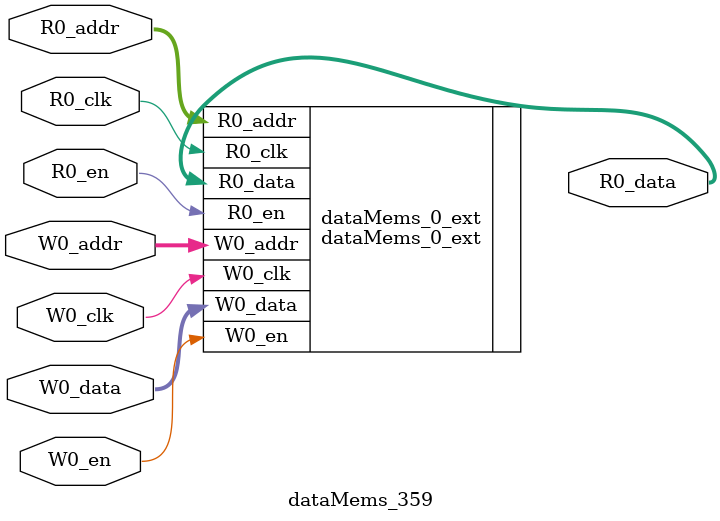
<source format=sv>
`ifndef RANDOMIZE
  `ifdef RANDOMIZE_REG_INIT
    `define RANDOMIZE
  `endif // RANDOMIZE_REG_INIT
`endif // not def RANDOMIZE
`ifndef RANDOMIZE
  `ifdef RANDOMIZE_MEM_INIT
    `define RANDOMIZE
  `endif // RANDOMIZE_MEM_INIT
`endif // not def RANDOMIZE

`ifndef RANDOM
  `define RANDOM $random
`endif // not def RANDOM

// Users can define 'PRINTF_COND' to add an extra gate to prints.
`ifndef PRINTF_COND_
  `ifdef PRINTF_COND
    `define PRINTF_COND_ (`PRINTF_COND)
  `else  // PRINTF_COND
    `define PRINTF_COND_ 1
  `endif // PRINTF_COND
`endif // not def PRINTF_COND_

// Users can define 'ASSERT_VERBOSE_COND' to add an extra gate to assert error printing.
`ifndef ASSERT_VERBOSE_COND_
  `ifdef ASSERT_VERBOSE_COND
    `define ASSERT_VERBOSE_COND_ (`ASSERT_VERBOSE_COND)
  `else  // ASSERT_VERBOSE_COND
    `define ASSERT_VERBOSE_COND_ 1
  `endif // ASSERT_VERBOSE_COND
`endif // not def ASSERT_VERBOSE_COND_

// Users can define 'STOP_COND' to add an extra gate to stop conditions.
`ifndef STOP_COND_
  `ifdef STOP_COND
    `define STOP_COND_ (`STOP_COND)
  `else  // STOP_COND
    `define STOP_COND_ 1
  `endif // STOP_COND
`endif // not def STOP_COND_

// Users can define INIT_RANDOM as general code that gets injected into the
// initializer block for modules with registers.
`ifndef INIT_RANDOM
  `define INIT_RANDOM
`endif // not def INIT_RANDOM

// If using random initialization, you can also define RANDOMIZE_DELAY to
// customize the delay used, otherwise 0.002 is used.
`ifndef RANDOMIZE_DELAY
  `define RANDOMIZE_DELAY 0.002
`endif // not def RANDOMIZE_DELAY

// Define INIT_RANDOM_PROLOG_ for use in our modules below.
`ifndef INIT_RANDOM_PROLOG_
  `ifdef RANDOMIZE
    `ifdef VERILATOR
      `define INIT_RANDOM_PROLOG_ `INIT_RANDOM
    `else  // VERILATOR
      `define INIT_RANDOM_PROLOG_ `INIT_RANDOM #`RANDOMIZE_DELAY begin end
    `endif // VERILATOR
  `else  // RANDOMIZE
    `define INIT_RANDOM_PROLOG_
  `endif // RANDOMIZE
`endif // not def INIT_RANDOM_PROLOG_

// Include register initializers in init blocks unless synthesis is set
`ifndef SYNTHESIS
  `ifndef ENABLE_INITIAL_REG_
    `define ENABLE_INITIAL_REG_
  `endif // not def ENABLE_INITIAL_REG_
`endif // not def SYNTHESIS

// Include rmemory initializers in init blocks unless synthesis is set
`ifndef SYNTHESIS
  `ifndef ENABLE_INITIAL_MEM_
    `define ENABLE_INITIAL_MEM_
  `endif // not def ENABLE_INITIAL_MEM_
`endif // not def SYNTHESIS

module dataMems_359(	// @[generators/ara/src/main/scala/UnsafeAXI4ToTL.scala:365:62]
  input  [4:0]  R0_addr,
  input         R0_en,
  input         R0_clk,
  output [66:0] R0_data,
  input  [4:0]  W0_addr,
  input         W0_en,
  input         W0_clk,
  input  [66:0] W0_data
);

  dataMems_0_ext dataMems_0_ext (	// @[generators/ara/src/main/scala/UnsafeAXI4ToTL.scala:365:62]
    .R0_addr (R0_addr),
    .R0_en   (R0_en),
    .R0_clk  (R0_clk),
    .R0_data (R0_data),
    .W0_addr (W0_addr),
    .W0_en   (W0_en),
    .W0_clk  (W0_clk),
    .W0_data (W0_data)
  );
endmodule


</source>
